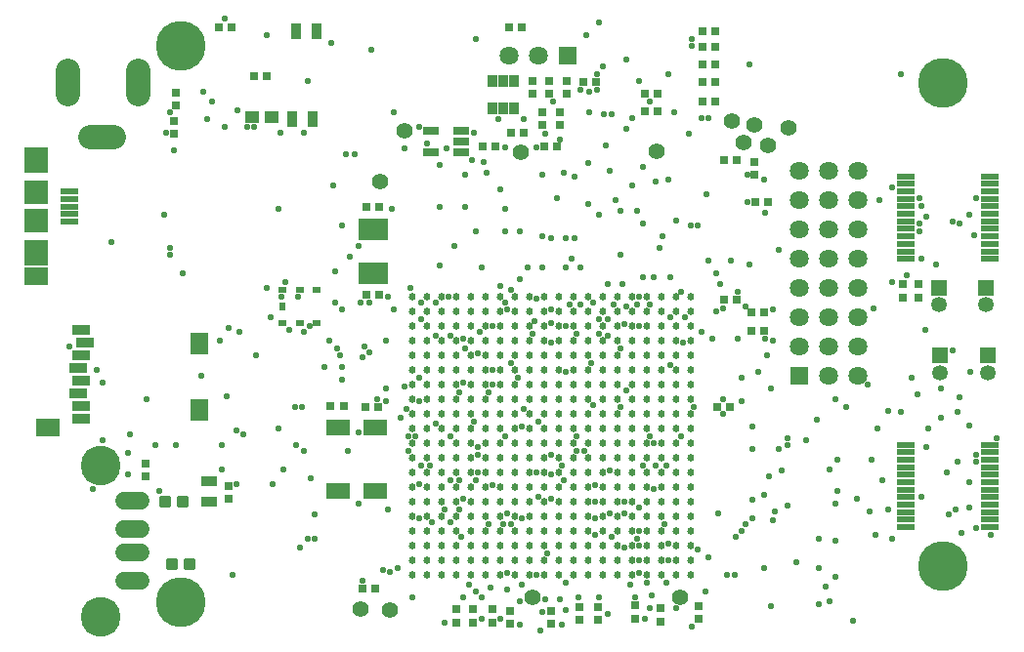
<source format=gbs>
G75*
%MOIN*%
%OFA0B0*%
%FSLAX25Y25*%
%IPPOS*%
%LPD*%
%AMOC8*
5,1,8,0,0,1.08239X$1,22.5*
%
%ADD10R,0.02862X0.02469*%
%ADD11R,0.02469X0.02862*%
%ADD12R,0.02900X0.02500*%
%ADD13R,0.03650X0.05224*%
%ADD14R,0.02500X0.02900*%
%ADD15R,0.05224X0.03650*%
%ADD16R,0.06000X0.01870*%
%ADD17C,0.06110*%
%ADD18C,0.13555*%
%ADD19C,0.08374*%
%ADD20C,0.01000*%
%ADD21R,0.06406X0.06406*%
%ADD22C,0.06406*%
%ADD23R,0.05300X0.05300*%
%ADD24C,0.05300*%
%ADD25R,0.03300X0.04400*%
%ADD26R,0.04831X0.04437*%
%ADD27C,0.02469*%
%ADD28C,0.05500*%
%ADD29R,0.05500X0.02700*%
%ADD30R,0.07980X0.05618*%
%ADD31R,0.09949X0.07587*%
%ADD32R,0.06012X0.02075*%
%ADD33R,0.07980X0.08374*%
%ADD34R,0.07980X0.09161*%
%ADD35R,0.06012X0.07587*%
%ADD36R,0.07980X0.06012*%
%ADD37R,0.06406X0.03650*%
%ADD38C,0.02300*%
%ADD39C,0.17000*%
D10*
X0114361Y0120159D03*
X0120267Y0120159D03*
X0126172Y0120159D03*
X0126172Y0131576D03*
X0120267Y0131576D03*
X0114361Y0131576D03*
D11*
X0114361Y0125868D03*
D12*
X0143067Y0129668D03*
X0147467Y0129668D03*
X0147467Y0159668D03*
X0143067Y0159668D03*
X0182667Y0180368D03*
X0187067Y0180368D03*
X0192267Y0185168D03*
X0196667Y0185168D03*
X0203667Y0180368D03*
X0208067Y0180368D03*
X0237867Y0192368D03*
X0242267Y0192368D03*
X0242267Y0198368D03*
X0237867Y0198368D03*
X0221267Y0202568D03*
X0216867Y0202568D03*
X0196067Y0221168D03*
X0191667Y0221168D03*
X0257667Y0219968D03*
X0262067Y0219968D03*
X0262067Y0214568D03*
X0257667Y0214568D03*
X0257667Y0208568D03*
X0262067Y0208568D03*
X0262067Y0202568D03*
X0257667Y0202568D03*
X0257667Y0195968D03*
X0262067Y0195968D03*
X0264867Y0175818D03*
X0269267Y0175818D03*
X0275617Y0161418D03*
X0280017Y0161418D03*
X0269317Y0128218D03*
X0264917Y0128218D03*
X0274417Y0123818D03*
X0278817Y0123818D03*
X0278817Y0117368D03*
X0274417Y0117368D03*
X0266967Y0091518D03*
X0262567Y0091518D03*
X0147117Y0091368D03*
X0142717Y0091368D03*
X0135217Y0091668D03*
X0130817Y0091668D03*
X0141567Y0029468D03*
X0145967Y0029468D03*
X0109067Y0204368D03*
X0104667Y0204368D03*
X0097067Y0221168D03*
X0092667Y0221168D03*
D13*
X0118923Y0219968D03*
X0126010Y0219968D03*
X0124810Y0189968D03*
X0117723Y0189968D03*
D14*
X0078067Y0194368D03*
X0078067Y0198768D03*
X0077467Y0189168D03*
X0077467Y0184768D03*
X0199767Y0198568D03*
X0199767Y0202968D03*
X0205267Y0202968D03*
X0205267Y0198568D03*
X0211267Y0198568D03*
X0211267Y0202968D03*
X0208867Y0192168D03*
X0208867Y0187768D03*
X0202867Y0187768D03*
X0202867Y0192168D03*
X0275317Y0175318D03*
X0275317Y0170918D03*
X0325867Y0133368D03*
X0325867Y0128968D03*
X0331267Y0128968D03*
X0331267Y0133368D03*
X0256367Y0023418D03*
X0256367Y0019018D03*
X0243467Y0018268D03*
X0243467Y0022668D03*
X0234667Y0023718D03*
X0234667Y0019318D03*
X0222117Y0018718D03*
X0222117Y0023118D03*
X0215517Y0023118D03*
X0215517Y0018718D03*
X0206067Y0017368D03*
X0206067Y0021768D03*
X0192067Y0021768D03*
X0185967Y0022368D03*
X0185967Y0017968D03*
X0192067Y0017368D03*
X0179367Y0017968D03*
X0179367Y0022368D03*
X0173667Y0022368D03*
X0173667Y0017968D03*
X0095917Y0060018D03*
X0095917Y0064418D03*
X0067667Y0067868D03*
X0067667Y0072268D03*
D15*
X0089317Y0066211D03*
X0089317Y0059124D03*
D16*
X0326973Y0058170D03*
X0326973Y0060729D03*
X0326973Y0063288D03*
X0326973Y0065847D03*
X0326973Y0068406D03*
X0326973Y0070965D03*
X0326973Y0073524D03*
X0326973Y0076083D03*
X0326973Y0078643D03*
X0355760Y0078643D03*
X0355760Y0076083D03*
X0355760Y0073524D03*
X0355760Y0070965D03*
X0355760Y0068406D03*
X0355760Y0065847D03*
X0355760Y0063288D03*
X0355760Y0060729D03*
X0355760Y0058170D03*
X0355760Y0055611D03*
X0355760Y0053052D03*
X0355760Y0050493D03*
X0326973Y0050493D03*
X0326973Y0053052D03*
X0326973Y0055611D03*
X0326923Y0142093D03*
X0326923Y0144652D03*
X0326923Y0147211D03*
X0326923Y0149770D03*
X0326923Y0152329D03*
X0326923Y0154888D03*
X0326923Y0157447D03*
X0326923Y0160006D03*
X0326923Y0162565D03*
X0326923Y0165124D03*
X0326923Y0167683D03*
X0326923Y0170243D03*
X0355710Y0170243D03*
X0355710Y0167683D03*
X0355710Y0165124D03*
X0355710Y0162565D03*
X0355710Y0160006D03*
X0355710Y0157447D03*
X0355710Y0154888D03*
X0355710Y0152329D03*
X0355710Y0149770D03*
X0355710Y0147211D03*
X0355710Y0144652D03*
X0355710Y0142093D03*
D17*
X0065891Y0059547D02*
X0060281Y0059547D01*
X0060281Y0049705D02*
X0065891Y0049705D01*
X0065891Y0041831D02*
X0060281Y0041831D01*
X0060281Y0031988D02*
X0065891Y0031988D01*
D18*
X0052417Y0019902D03*
X0052417Y0071634D03*
D19*
X0048780Y0183670D02*
X0056654Y0183670D01*
X0064921Y0198631D02*
X0064921Y0206505D01*
X0040906Y0206505D02*
X0040906Y0198631D01*
D20*
X0072517Y0060968D02*
X0075517Y0060968D01*
X0075517Y0057968D01*
X0072517Y0057968D01*
X0072517Y0060968D01*
X0072517Y0058967D02*
X0075517Y0058967D01*
X0075517Y0059966D02*
X0072517Y0059966D01*
X0072517Y0060965D02*
X0075517Y0060965D01*
X0078517Y0060968D02*
X0081517Y0060968D01*
X0081517Y0057968D01*
X0078517Y0057968D01*
X0078517Y0060968D01*
X0078517Y0058967D02*
X0081517Y0058967D01*
X0081517Y0059966D02*
X0078517Y0059966D01*
X0078517Y0060965D02*
X0081517Y0060965D01*
X0080917Y0039468D02*
X0083917Y0039468D01*
X0083917Y0036468D01*
X0080917Y0036468D01*
X0080917Y0039468D01*
X0080917Y0037467D02*
X0083917Y0037467D01*
X0083917Y0038466D02*
X0080917Y0038466D01*
X0080917Y0039465D02*
X0083917Y0039465D01*
X0077917Y0039468D02*
X0074917Y0039468D01*
X0077917Y0039468D02*
X0077917Y0036468D01*
X0074917Y0036468D01*
X0074917Y0039468D01*
X0074917Y0037467D02*
X0077917Y0037467D01*
X0077917Y0038466D02*
X0074917Y0038466D01*
X0074917Y0039465D02*
X0077917Y0039465D01*
D21*
X0290767Y0102068D03*
X0211567Y0211568D03*
D22*
X0201567Y0211568D03*
X0191567Y0211568D03*
X0290767Y0172068D03*
X0300767Y0172068D03*
X0310767Y0172068D03*
X0310767Y0162068D03*
X0300767Y0162068D03*
X0290767Y0162068D03*
X0290767Y0152068D03*
X0300767Y0152068D03*
X0310767Y0152068D03*
X0310767Y0142068D03*
X0300767Y0142068D03*
X0290767Y0142068D03*
X0290767Y0132068D03*
X0300767Y0132068D03*
X0310767Y0132068D03*
X0310767Y0122068D03*
X0300767Y0122068D03*
X0290767Y0122068D03*
X0290767Y0112068D03*
X0300767Y0112068D03*
X0310767Y0112068D03*
X0310767Y0102068D03*
X0300767Y0102068D03*
D23*
X0338717Y0109068D03*
X0354917Y0109068D03*
X0354467Y0132318D03*
X0338267Y0132318D03*
D24*
X0338267Y0126418D03*
X0354467Y0126418D03*
X0354917Y0103168D03*
X0338717Y0103168D03*
D25*
X0193417Y0193518D03*
X0189717Y0193518D03*
X0186017Y0193518D03*
X0186017Y0202918D03*
X0189717Y0202918D03*
X0193417Y0202918D03*
D26*
X0110813Y0190568D03*
X0104120Y0190568D03*
D27*
X0158517Y0129268D03*
X0163517Y0129268D03*
X0168517Y0129268D03*
X0173517Y0129268D03*
X0178517Y0129268D03*
X0183517Y0129268D03*
X0188517Y0129268D03*
X0193517Y0129268D03*
X0198517Y0129268D03*
X0203517Y0129268D03*
X0208517Y0129268D03*
X0213517Y0129268D03*
X0218517Y0129268D03*
X0223517Y0129268D03*
X0228517Y0129268D03*
X0233517Y0129268D03*
X0238517Y0129268D03*
X0243517Y0129268D03*
X0248517Y0129268D03*
X0253517Y0129268D03*
X0253517Y0124268D03*
X0248517Y0124268D03*
X0248517Y0119268D03*
X0253517Y0119268D03*
X0253517Y0114268D03*
X0248517Y0114268D03*
X0248517Y0109268D03*
X0253517Y0109268D03*
X0253517Y0104268D03*
X0248517Y0104268D03*
X0248517Y0099268D03*
X0253517Y0099268D03*
X0253517Y0094268D03*
X0248517Y0094268D03*
X0248517Y0089268D03*
X0253517Y0089268D03*
X0253517Y0084268D03*
X0248517Y0084268D03*
X0248517Y0079268D03*
X0253517Y0079268D03*
X0253517Y0074268D03*
X0248517Y0074268D03*
X0248517Y0069268D03*
X0253517Y0069268D03*
X0253517Y0064268D03*
X0248517Y0064268D03*
X0248517Y0059268D03*
X0253517Y0059268D03*
X0253517Y0054268D03*
X0248517Y0054268D03*
X0248517Y0049268D03*
X0253517Y0049268D03*
X0253517Y0044268D03*
X0248517Y0044268D03*
X0243517Y0044268D03*
X0238517Y0044268D03*
X0233517Y0044268D03*
X0233517Y0049268D03*
X0238517Y0049268D03*
X0243517Y0049268D03*
X0243517Y0054268D03*
X0238517Y0054268D03*
X0233517Y0054268D03*
X0233517Y0059268D03*
X0238517Y0059268D03*
X0243517Y0059268D03*
X0243517Y0064268D03*
X0238517Y0064268D03*
X0233517Y0064268D03*
X0233517Y0069268D03*
X0238517Y0069268D03*
X0243517Y0069268D03*
X0243517Y0074268D03*
X0238517Y0074268D03*
X0233517Y0074268D03*
X0228517Y0074268D03*
X0223517Y0074268D03*
X0218517Y0074268D03*
X0218517Y0069268D03*
X0223517Y0069268D03*
X0228517Y0069268D03*
X0228517Y0064268D03*
X0223517Y0064268D03*
X0218517Y0064268D03*
X0218517Y0059268D03*
X0223517Y0059268D03*
X0228517Y0059268D03*
X0228517Y0054268D03*
X0223517Y0054268D03*
X0218517Y0054268D03*
X0218517Y0049268D03*
X0223517Y0049268D03*
X0228517Y0049268D03*
X0228517Y0044268D03*
X0223517Y0044268D03*
X0218517Y0044268D03*
X0213517Y0044268D03*
X0208517Y0044268D03*
X0208517Y0049268D03*
X0213517Y0049268D03*
X0213517Y0054268D03*
X0208517Y0054268D03*
X0208517Y0059268D03*
X0213517Y0059268D03*
X0213517Y0064268D03*
X0208517Y0064268D03*
X0208517Y0069268D03*
X0213517Y0069268D03*
X0213517Y0074268D03*
X0208517Y0074268D03*
X0203517Y0074268D03*
X0198517Y0074268D03*
X0193517Y0074268D03*
X0193517Y0069268D03*
X0198517Y0069268D03*
X0203517Y0069268D03*
X0203517Y0064268D03*
X0198517Y0064268D03*
X0193517Y0064268D03*
X0193517Y0059268D03*
X0198517Y0059268D03*
X0203517Y0059268D03*
X0203517Y0054268D03*
X0198517Y0054268D03*
X0193517Y0054268D03*
X0193517Y0049268D03*
X0198517Y0049268D03*
X0203517Y0049268D03*
X0203517Y0044268D03*
X0198517Y0044268D03*
X0193517Y0044268D03*
X0188517Y0044268D03*
X0183517Y0044268D03*
X0178517Y0044268D03*
X0178517Y0049268D03*
X0183517Y0049268D03*
X0188517Y0049268D03*
X0188517Y0054268D03*
X0183517Y0054268D03*
X0178517Y0054268D03*
X0178517Y0059268D03*
X0183517Y0059268D03*
X0188517Y0059268D03*
X0188517Y0064268D03*
X0183517Y0064268D03*
X0178517Y0064268D03*
X0178517Y0069268D03*
X0183517Y0069268D03*
X0188517Y0069268D03*
X0188517Y0074268D03*
X0183517Y0074268D03*
X0178517Y0074268D03*
X0173517Y0074268D03*
X0168517Y0074268D03*
X0168517Y0069268D03*
X0173517Y0069268D03*
X0173517Y0064268D03*
X0168517Y0064268D03*
X0168517Y0059268D03*
X0173517Y0059268D03*
X0173517Y0054268D03*
X0168517Y0054268D03*
X0168517Y0049268D03*
X0173517Y0049268D03*
X0173517Y0044268D03*
X0168517Y0044268D03*
X0163517Y0044268D03*
X0158517Y0044268D03*
X0158517Y0049268D03*
X0163517Y0049268D03*
X0163517Y0054268D03*
X0158517Y0054268D03*
X0158517Y0059268D03*
X0163517Y0059268D03*
X0163517Y0064268D03*
X0158517Y0064268D03*
X0158517Y0069268D03*
X0163517Y0069268D03*
X0163517Y0074268D03*
X0158517Y0074268D03*
X0158517Y0079268D03*
X0163517Y0079268D03*
X0168517Y0079268D03*
X0173517Y0079268D03*
X0178517Y0079268D03*
X0183517Y0079268D03*
X0188517Y0079268D03*
X0193517Y0079268D03*
X0198517Y0079268D03*
X0203517Y0079268D03*
X0208517Y0079268D03*
X0213517Y0079268D03*
X0218517Y0079268D03*
X0223517Y0079268D03*
X0228517Y0079268D03*
X0233517Y0079268D03*
X0238517Y0079268D03*
X0243517Y0079268D03*
X0243517Y0084268D03*
X0238517Y0084268D03*
X0233517Y0084268D03*
X0233517Y0089268D03*
X0238517Y0089268D03*
X0243517Y0089268D03*
X0243517Y0094268D03*
X0238517Y0094268D03*
X0233517Y0094268D03*
X0233517Y0099268D03*
X0238517Y0099268D03*
X0243517Y0099268D03*
X0243517Y0104268D03*
X0238517Y0104268D03*
X0233517Y0104268D03*
X0228517Y0104268D03*
X0223517Y0104268D03*
X0218517Y0104268D03*
X0218517Y0099268D03*
X0223517Y0099268D03*
X0228517Y0099268D03*
X0228517Y0094268D03*
X0223517Y0094268D03*
X0218517Y0094268D03*
X0218517Y0089268D03*
X0223517Y0089268D03*
X0228517Y0089268D03*
X0228517Y0084268D03*
X0223517Y0084268D03*
X0218517Y0084268D03*
X0213517Y0084268D03*
X0208517Y0084268D03*
X0208517Y0089268D03*
X0213517Y0089268D03*
X0213517Y0094268D03*
X0208517Y0094268D03*
X0208517Y0099268D03*
X0213517Y0099268D03*
X0213517Y0104268D03*
X0208517Y0104268D03*
X0203517Y0104268D03*
X0198517Y0104268D03*
X0193517Y0104268D03*
X0193517Y0099268D03*
X0198517Y0099268D03*
X0203517Y0099268D03*
X0203517Y0094268D03*
X0198517Y0094268D03*
X0193517Y0094268D03*
X0193517Y0089268D03*
X0198517Y0089268D03*
X0203517Y0089268D03*
X0203517Y0084268D03*
X0198517Y0084268D03*
X0193517Y0084268D03*
X0188517Y0084268D03*
X0183517Y0084268D03*
X0178517Y0084268D03*
X0178517Y0089268D03*
X0183517Y0089268D03*
X0188517Y0089268D03*
X0188517Y0094268D03*
X0183517Y0094268D03*
X0178517Y0094268D03*
X0178517Y0099268D03*
X0183517Y0099268D03*
X0188517Y0099268D03*
X0188517Y0104268D03*
X0183517Y0104268D03*
X0178517Y0104268D03*
X0173517Y0104268D03*
X0168517Y0104268D03*
X0168517Y0099268D03*
X0173517Y0099268D03*
X0173517Y0094268D03*
X0168517Y0094268D03*
X0168517Y0089268D03*
X0173517Y0089268D03*
X0173517Y0084268D03*
X0168517Y0084268D03*
X0163517Y0084268D03*
X0158517Y0084268D03*
X0158517Y0089268D03*
X0163517Y0089268D03*
X0163517Y0094268D03*
X0158517Y0094268D03*
X0158517Y0099268D03*
X0163517Y0099268D03*
X0163517Y0104268D03*
X0158517Y0104268D03*
X0158517Y0109268D03*
X0163517Y0109268D03*
X0168517Y0109268D03*
X0173517Y0109268D03*
X0178517Y0109268D03*
X0183517Y0109268D03*
X0188517Y0109268D03*
X0193517Y0109268D03*
X0198517Y0109268D03*
X0203517Y0109268D03*
X0208517Y0109268D03*
X0213517Y0109268D03*
X0218517Y0109268D03*
X0223517Y0109268D03*
X0228517Y0109268D03*
X0233517Y0109268D03*
X0238517Y0109268D03*
X0243517Y0109268D03*
X0243517Y0114268D03*
X0238517Y0114268D03*
X0233517Y0114268D03*
X0233517Y0119268D03*
X0238517Y0119268D03*
X0243517Y0119268D03*
X0243517Y0124268D03*
X0238517Y0124268D03*
X0233517Y0124268D03*
X0228517Y0124268D03*
X0223517Y0124268D03*
X0218517Y0124268D03*
X0218517Y0119268D03*
X0223517Y0119268D03*
X0228517Y0119268D03*
X0228517Y0114268D03*
X0223517Y0114268D03*
X0218517Y0114268D03*
X0213517Y0114268D03*
X0208517Y0114268D03*
X0208517Y0119268D03*
X0213517Y0119268D03*
X0213517Y0124268D03*
X0208517Y0124268D03*
X0203517Y0124268D03*
X0198517Y0124268D03*
X0193517Y0124268D03*
X0193517Y0119268D03*
X0198517Y0119268D03*
X0203517Y0119268D03*
X0203517Y0114268D03*
X0198517Y0114268D03*
X0193517Y0114268D03*
X0188517Y0114268D03*
X0183517Y0114268D03*
X0178517Y0114268D03*
X0178517Y0119268D03*
X0183517Y0119268D03*
X0188517Y0119268D03*
X0188517Y0124268D03*
X0183517Y0124268D03*
X0178517Y0124268D03*
X0173517Y0124268D03*
X0168517Y0124268D03*
X0168517Y0119268D03*
X0173517Y0119268D03*
X0173517Y0114268D03*
X0168517Y0114268D03*
X0163517Y0114268D03*
X0158517Y0114268D03*
X0158517Y0119268D03*
X0163517Y0119268D03*
X0163517Y0124268D03*
X0158517Y0124268D03*
X0158517Y0039268D03*
X0163517Y0039268D03*
X0168517Y0039268D03*
X0173517Y0039268D03*
X0178517Y0039268D03*
X0183517Y0039268D03*
X0188517Y0039268D03*
X0193517Y0039268D03*
X0198517Y0039268D03*
X0203517Y0039268D03*
X0208517Y0039268D03*
X0213517Y0039268D03*
X0218517Y0039268D03*
X0223517Y0039268D03*
X0228517Y0039268D03*
X0233517Y0039268D03*
X0238517Y0039268D03*
X0243517Y0039268D03*
X0248517Y0039268D03*
X0253517Y0039268D03*
X0253517Y0034268D03*
X0248517Y0034268D03*
X0243517Y0034268D03*
X0238517Y0034268D03*
X0233517Y0034268D03*
X0228517Y0034268D03*
X0223517Y0034268D03*
X0218517Y0034268D03*
X0213517Y0034268D03*
X0208517Y0034268D03*
X0203517Y0034268D03*
X0198517Y0034268D03*
X0193517Y0034268D03*
X0188517Y0034268D03*
X0183517Y0034268D03*
X0178517Y0034268D03*
X0173517Y0034268D03*
X0168517Y0034268D03*
X0163517Y0034268D03*
X0158517Y0034268D03*
D28*
X0151167Y0022168D03*
X0140967Y0022368D03*
X0199767Y0026368D03*
X0249967Y0026568D03*
X0147667Y0168368D03*
X0156067Y0185768D03*
X0195517Y0178568D03*
X0242167Y0178918D03*
X0267667Y0189118D03*
X0275467Y0187918D03*
X0271567Y0181918D03*
X0280117Y0180968D03*
X0286867Y0186718D03*
D29*
X0175317Y0185968D03*
X0175317Y0182268D03*
X0175317Y0178568D03*
X0165117Y0178568D03*
X0165117Y0185968D03*
D30*
X0145967Y0084468D03*
X0133368Y0084468D03*
X0133368Y0062814D03*
X0145967Y0062814D03*
D31*
X0145267Y0137207D03*
X0145267Y0152168D03*
D32*
X0041537Y0154850D03*
X0041537Y0157409D03*
X0041537Y0159968D03*
X0041537Y0162527D03*
X0041537Y0165086D03*
D33*
X0030317Y0164889D03*
X0030317Y0155046D03*
D34*
X0030317Y0144220D03*
X0030317Y0175716D03*
D35*
X0086092Y0113080D03*
X0086092Y0090639D03*
D36*
X0034320Y0084339D03*
X0030383Y0136111D03*
D37*
X0045541Y0117765D03*
X0047115Y0113434D03*
X0045541Y0109103D03*
X0044753Y0104772D03*
X0045541Y0100442D03*
X0044753Y0096111D03*
X0045541Y0091780D03*
X0045541Y0087450D03*
D38*
X0052892Y0080293D03*
X0061642Y0075918D03*
X0062267Y0082168D03*
X0071017Y0078418D03*
X0077892Y0078418D03*
X0093517Y0078418D03*
X0098517Y0083418D03*
X0101017Y0082168D03*
X0112892Y0084043D03*
X0119142Y0078418D03*
X0121642Y0076543D03*
X0114767Y0070293D03*
X0111017Y0065293D03*
X0098517Y0065293D03*
X0093517Y0070293D03*
X0072267Y0062793D03*
X0061642Y0068418D03*
X0049767Y0063418D03*
X0067892Y0094043D03*
X0052892Y0099668D03*
X0051017Y0104043D03*
X0041642Y0112168D03*
X0080392Y0137168D03*
X0076017Y0143418D03*
X0076017Y0145918D03*
X0074142Y0157168D03*
X0056017Y0147793D03*
X0096017Y0118418D03*
X0099767Y0117168D03*
X0092892Y0114043D03*
X0105392Y0109043D03*
X0116642Y0117793D03*
X0121642Y0117168D03*
X0123517Y0119043D03*
X0130392Y0114043D03*
X0132892Y0111543D03*
X0134142Y0109043D03*
X0134767Y0105293D03*
X0141642Y0108418D03*
X0144142Y0110293D03*
X0142267Y0112168D03*
X0149767Y0114043D03*
X0161642Y0121543D03*
X0161642Y0127168D03*
X0166642Y0127168D03*
X0171017Y0129043D03*
X0157892Y0132168D03*
X0150392Y0129043D03*
X0152267Y0124668D03*
X0144142Y0127168D03*
X0141017Y0127168D03*
X0134767Y0124668D03*
X0132267Y0127168D03*
X0119767Y0129043D03*
X0114142Y0129043D03*
X0109142Y0132168D03*
X0115392Y0134043D03*
X0110392Y0122168D03*
X0128517Y0105293D03*
X0134767Y0100918D03*
X0146642Y0094043D03*
X0149767Y0093418D03*
X0149767Y0097793D03*
X0156017Y0098418D03*
X0161017Y0101543D03*
X0161017Y0093418D03*
X0156642Y0090918D03*
X0154767Y0087793D03*
X0157267Y0081543D03*
X0159767Y0081543D03*
X0166642Y0085918D03*
X0171642Y0081543D03*
X0179767Y0086543D03*
X0190392Y0081543D03*
X0196017Y0084668D03*
X0201642Y0086543D03*
X0196642Y0090918D03*
X0186017Y0099043D03*
X0184767Y0096543D03*
X0176017Y0099668D03*
X0174767Y0096543D03*
X0186017Y0104043D03*
X0192267Y0106543D03*
X0194767Y0101543D03*
X0181017Y0109668D03*
X0176642Y0111543D03*
X0176017Y0114668D03*
X0171642Y0115918D03*
X0166642Y0115918D03*
X0181642Y0117168D03*
X0186017Y0119043D03*
X0191017Y0124668D03*
X0190392Y0127168D03*
X0192267Y0131543D03*
X0188517Y0132793D03*
X0195392Y0135293D03*
X0197892Y0139043D03*
X0202892Y0139043D03*
X0211017Y0139043D03*
X0216017Y0139043D03*
X0212892Y0142168D03*
X0214142Y0149043D03*
X0211017Y0149043D03*
X0206017Y0149043D03*
X0202892Y0149668D03*
X0195392Y0151543D03*
X0190392Y0151543D03*
X0190392Y0159043D03*
X0188517Y0165918D03*
X0184142Y0171543D03*
X0182892Y0175293D03*
X0179142Y0175918D03*
X0176642Y0170918D03*
X0167892Y0174043D03*
X0170392Y0179668D03*
X0163517Y0181543D03*
X0161017Y0187168D03*
X0156017Y0179668D03*
X0139142Y0177793D03*
X0136017Y0177793D03*
X0131642Y0167168D03*
X0112892Y0159043D03*
X0134767Y0153418D03*
X0140392Y0146543D03*
X0137267Y0142793D03*
X0132267Y0137793D03*
X0151642Y0159043D03*
X0167892Y0159668D03*
X0176642Y0159668D03*
X0180392Y0151543D03*
X0172892Y0146543D03*
X0167892Y0139668D03*
X0182267Y0139043D03*
X0201017Y0128418D03*
X0206017Y0124668D03*
X0200392Y0120918D03*
X0206017Y0120293D03*
X0211017Y0119043D03*
X0214767Y0116543D03*
X0222267Y0116543D03*
X0225392Y0115918D03*
X0229767Y0111543D03*
X0231017Y0119668D03*
X0236017Y0119043D03*
X0225392Y0121543D03*
X0222267Y0121543D03*
X0220392Y0127168D03*
X0216017Y0126543D03*
X0212267Y0126543D03*
X0225392Y0133418D03*
X0230392Y0133418D03*
X0236017Y0129043D03*
X0235392Y0126543D03*
X0231642Y0125918D03*
X0227267Y0126543D03*
X0239767Y0126543D03*
X0246642Y0122168D03*
X0251642Y0122168D03*
X0257267Y0117168D03*
X0261017Y0114668D03*
X0251017Y0113418D03*
X0246642Y0105918D03*
X0231642Y0097168D03*
X0229767Y0091543D03*
X0220392Y0092168D03*
X0214767Y0081543D03*
X0214767Y0076543D03*
X0217267Y0076543D03*
X0209767Y0071543D03*
X0206017Y0068418D03*
X0210392Y0066543D03*
X0201017Y0069043D03*
X0206017Y0075293D03*
X0221017Y0064668D03*
X0221017Y0059043D03*
X0221017Y0053418D03*
X0226017Y0055293D03*
X0231017Y0055293D03*
X0236017Y0057168D03*
X0231017Y0059043D03*
X0241017Y0063418D03*
X0241642Y0071543D03*
X0245392Y0071543D03*
X0237267Y0071543D03*
X0226017Y0069668D03*
X0241017Y0079043D03*
X0239767Y0081543D03*
X0250392Y0081543D03*
X0254767Y0091543D03*
X0264767Y0094043D03*
X0264767Y0089043D03*
X0271017Y0093418D03*
X0271017Y0101543D03*
X0276642Y0103418D03*
X0279767Y0109043D03*
X0281642Y0114043D03*
X0279142Y0114668D03*
X0269767Y0114668D03*
X0264767Y0125293D03*
X0262267Y0124043D03*
X0272267Y0125918D03*
X0269767Y0130918D03*
X0263517Y0133418D03*
X0262267Y0137168D03*
X0259767Y0141543D03*
X0267267Y0141543D03*
X0273517Y0140293D03*
X0283517Y0145293D03*
X0279142Y0157793D03*
X0272892Y0161543D03*
X0278517Y0169043D03*
X0272892Y0170918D03*
X0259142Y0164043D03*
X0256017Y0153418D03*
X0253517Y0153418D03*
X0248517Y0155293D03*
X0244142Y0149668D03*
X0242892Y0145918D03*
X0229767Y0143418D03*
X0237267Y0135918D03*
X0241017Y0135918D03*
X0246642Y0135918D03*
X0250392Y0130918D03*
X0281642Y0124668D03*
X0316017Y0125293D03*
X0322267Y0134043D03*
X0327267Y0136543D03*
X0337267Y0140293D03*
X0332267Y0142168D03*
X0331642Y0151543D03*
X0331642Y0154043D03*
X0334142Y0156543D03*
X0332267Y0160293D03*
X0331642Y0162793D03*
X0322267Y0166543D03*
X0317892Y0162168D03*
X0342892Y0154668D03*
X0345392Y0154043D03*
X0348517Y0157168D03*
X0351017Y0162793D03*
X0350392Y0150293D03*
X0333517Y0117793D03*
X0342892Y0110918D03*
X0349142Y0103418D03*
X0339142Y0097793D03*
X0345392Y0094668D03*
X0344767Y0089668D03*
X0339142Y0087793D03*
X0334767Y0084043D03*
X0334142Y0077793D03*
X0344767Y0072793D03*
X0341017Y0069043D03*
X0348517Y0065918D03*
X0351017Y0072793D03*
X0351017Y0075293D03*
X0357892Y0080918D03*
X0348517Y0085293D03*
X0331017Y0095918D03*
X0329142Y0101543D03*
X0314142Y0099043D03*
X0306642Y0091543D03*
X0302892Y0094043D03*
X0296642Y0087168D03*
X0292892Y0080293D03*
X0286642Y0080918D03*
X0286642Y0078418D03*
X0283517Y0077168D03*
X0274767Y0077168D03*
X0274767Y0084668D03*
X0281017Y0097793D03*
X0317267Y0084043D03*
X0321017Y0090293D03*
X0325392Y0089668D03*
X0315392Y0073418D03*
X0319142Y0066543D03*
X0310392Y0060293D03*
X0314767Y0055918D03*
X0321017Y0056543D03*
X0332267Y0060918D03*
X0341642Y0054668D03*
X0344142Y0056543D03*
X0348517Y0057168D03*
X0351017Y0050293D03*
X0346017Y0048418D03*
X0356017Y0047793D03*
X0322267Y0046543D03*
X0316642Y0047793D03*
X0302892Y0045918D03*
X0297267Y0046543D03*
X0289767Y0038418D03*
X0297267Y0036543D03*
X0302892Y0033418D03*
X0299767Y0030293D03*
X0301017Y0025293D03*
X0297267Y0024043D03*
X0309142Y0018418D03*
X0281017Y0023418D03*
X0268517Y0034043D03*
X0266017Y0034043D03*
X0258517Y0028418D03*
X0248517Y0022793D03*
X0254142Y0016543D03*
X0239767Y0022793D03*
X0237892Y0019043D03*
X0234767Y0026543D03*
X0232892Y0030918D03*
X0236017Y0034668D03*
X0238517Y0031543D03*
X0240392Y0027168D03*
X0245392Y0031543D03*
X0246017Y0039043D03*
X0246017Y0044668D03*
X0244767Y0051543D03*
X0236017Y0049043D03*
X0235392Y0046543D03*
X0236017Y0044043D03*
X0231017Y0043418D03*
X0226642Y0047168D03*
X0221017Y0047793D03*
X0236017Y0039043D03*
X0222267Y0026543D03*
X0225392Y0020918D03*
X0215392Y0026543D03*
X0211017Y0022168D03*
X0209142Y0025918D03*
X0204142Y0025918D03*
X0202892Y0021543D03*
X0209767Y0017168D03*
X0202267Y0015293D03*
X0195392Y0017168D03*
X0188517Y0019043D03*
X0182267Y0019043D03*
X0182267Y0026543D03*
X0180392Y0028418D03*
X0177892Y0030918D03*
X0176017Y0026543D03*
X0185392Y0029668D03*
X0191017Y0029043D03*
X0196017Y0030918D03*
X0191017Y0034668D03*
X0201017Y0034043D03*
X0204767Y0041543D03*
X0211017Y0031543D03*
X0195392Y0025293D03*
X0169767Y0017793D03*
X0158517Y0026543D03*
X0153517Y0036543D03*
X0151017Y0035293D03*
X0148517Y0035918D03*
X0141642Y0032168D03*
X0120392Y0043418D03*
X0122892Y0046543D03*
X0125392Y0046543D03*
X0125392Y0054668D03*
X0140392Y0058418D03*
X0150392Y0056543D03*
X0161017Y0053418D03*
X0165392Y0052168D03*
X0169767Y0056543D03*
X0171642Y0052168D03*
X0174767Y0056543D03*
X0176017Y0060293D03*
X0174767Y0066543D03*
X0171642Y0066543D03*
X0164767Y0071543D03*
X0161642Y0071543D03*
X0161017Y0065293D03*
X0157267Y0076543D03*
X0140392Y0082793D03*
X0136642Y0076543D03*
X0124142Y0067168D03*
X0121017Y0091543D03*
X0118517Y0091543D03*
X0095392Y0095293D03*
X0086642Y0102168D03*
X0175392Y0047168D03*
X0184767Y0051543D03*
X0189767Y0051543D03*
X0192267Y0051543D03*
X0191017Y0055293D03*
X0196017Y0053418D03*
X0201642Y0060918D03*
X0206017Y0060293D03*
X0186017Y0064668D03*
X0180392Y0066543D03*
X0181017Y0069043D03*
X0181017Y0075293D03*
X0181017Y0077793D03*
X0211017Y0103418D03*
X0219767Y0106543D03*
X0206017Y0113418D03*
X0199767Y0116543D03*
X0237267Y0154043D03*
X0235392Y0158418D03*
X0229767Y0158418D03*
X0227892Y0162168D03*
X0222267Y0157168D03*
X0218517Y0160918D03*
X0207892Y0162793D03*
X0210392Y0171543D03*
X0214142Y0170293D03*
X0218517Y0174668D03*
X0226017Y0172168D03*
X0233517Y0167168D03*
X0237267Y0173418D03*
X0241642Y0168418D03*
X0246017Y0169043D03*
X0224767Y0180918D03*
X0231642Y0186543D03*
X0233517Y0190293D03*
X0226642Y0191543D03*
X0224142Y0191543D03*
X0219142Y0192168D03*
X0219142Y0199043D03*
X0221642Y0199668D03*
X0216017Y0199668D03*
X0221642Y0205293D03*
X0223517Y0207793D03*
X0231642Y0210293D03*
X0236017Y0202793D03*
X0239767Y0195918D03*
X0247892Y0192168D03*
X0257267Y0190293D03*
X0259767Y0190293D03*
X0252892Y0184668D03*
X0246017Y0205293D03*
X0254142Y0214668D03*
X0254142Y0217168D03*
X0273517Y0208418D03*
X0325392Y0205293D03*
X0222267Y0222793D03*
X0217892Y0218418D03*
X0206642Y0195918D03*
X0196642Y0189668D03*
X0204142Y0184668D03*
X0209142Y0182793D03*
X0201017Y0180293D03*
X0190392Y0180293D03*
X0179767Y0185293D03*
X0187892Y0189668D03*
X0202892Y0170918D03*
X0152267Y0192168D03*
X0122892Y0202793D03*
X0131017Y0215918D03*
X0144767Y0213418D03*
X0109142Y0218418D03*
X0094767Y0224043D03*
X0087267Y0199043D03*
X0090392Y0195918D03*
X0088517Y0189668D03*
X0094767Y0187168D03*
X0102267Y0187168D03*
X0104767Y0187168D03*
X0099142Y0192793D03*
X0113517Y0185293D03*
X0121642Y0185293D03*
X0077267Y0179043D03*
X0074767Y0185293D03*
X0076017Y0192168D03*
X0180392Y0217168D03*
X0303517Y0073418D03*
X0301017Y0070293D03*
X0303517Y0062793D03*
X0302892Y0058418D03*
X0286642Y0057793D03*
X0282267Y0055918D03*
X0281642Y0052793D03*
X0274767Y0053418D03*
X0272267Y0051543D03*
X0271017Y0049043D03*
X0269142Y0047168D03*
X0262892Y0055293D03*
X0274767Y0059668D03*
X0278517Y0061543D03*
X0280392Y0067793D03*
X0284767Y0069668D03*
X0256017Y0042793D03*
X0259767Y0040293D03*
X0278517Y0036543D03*
X0097267Y0034043D03*
D39*
X0079767Y0024668D03*
X0339767Y0037168D03*
X0339767Y0202168D03*
X0079767Y0214668D03*
M02*

</source>
